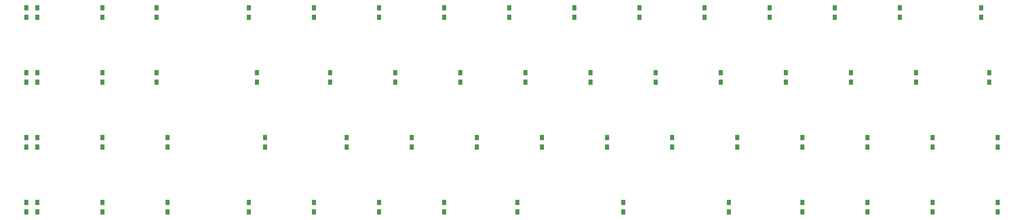
<source format=gbr>
G04 #@! TF.GenerationSoftware,KiCad,Pcbnew,(5.1.4)-1*
G04 #@! TF.CreationDate,2020-04-28T19:53:12-05:00*
G04 #@! TF.ProjectId,AugioS,41756769-6f53-42e6-9b69-6361645f7063,rev?*
G04 #@! TF.SameCoordinates,Original*
G04 #@! TF.FileFunction,Paste,Top*
G04 #@! TF.FilePolarity,Positive*
%FSLAX46Y46*%
G04 Gerber Fmt 4.6, Leading zero omitted, Abs format (unit mm)*
G04 Created by KiCad (PCBNEW (5.1.4)-1) date 2020-04-28 19:53:12*
%MOMM*%
%LPD*%
G04 APERTURE LIST*
%ADD10R,1.200000X1.600000*%
G04 APERTURE END LIST*
D10*
X165100000Y-157768750D03*
X165100000Y-154968750D03*
X-9525000Y-154968750D03*
X-9525000Y-157768750D03*
X-9525000Y-135918750D03*
X-9525000Y-138718750D03*
X-9525000Y-116868750D03*
X-9525000Y-119668750D03*
X-9525000Y-100618750D03*
X-9525000Y-97818750D03*
X255587500Y-157768750D03*
X255587500Y-154968750D03*
X217487500Y-157768750D03*
X217487500Y-154968750D03*
X134143750Y-157768750D03*
X134143750Y-154968750D03*
X93662500Y-157768750D03*
X93662500Y-154968750D03*
X55562500Y-157768750D03*
X55562500Y-154968750D03*
X12700000Y-157768750D03*
X12700000Y-154968750D03*
X274637500Y-157768750D03*
X274637500Y-154968750D03*
X236537500Y-157768750D03*
X236537500Y-154968750D03*
X196056250Y-157768750D03*
X196056250Y-154968750D03*
X112712500Y-157768750D03*
X112712500Y-154968750D03*
X74612500Y-157768750D03*
X74612500Y-154968750D03*
X31750000Y-157768750D03*
X31750000Y-154968750D03*
X-6350000Y-157768750D03*
X-6350000Y-154968750D03*
X255587500Y-138718750D03*
X255587500Y-135918750D03*
X217487500Y-138718750D03*
X217487500Y-135918750D03*
X179387500Y-138718750D03*
X179387500Y-135918750D03*
X141287500Y-138718750D03*
X141287500Y-135918750D03*
X103187500Y-138718750D03*
X103187500Y-135918750D03*
X60325000Y-138718750D03*
X60325000Y-135918750D03*
X12700000Y-138718750D03*
X12700000Y-135918750D03*
X274637500Y-138718750D03*
X274637500Y-135918750D03*
X236537500Y-138718750D03*
X236537500Y-135918750D03*
X198437500Y-138718750D03*
X198437500Y-135918750D03*
X160337500Y-138718750D03*
X160337500Y-135918750D03*
X122237500Y-138718750D03*
X122237500Y-135918750D03*
X84137500Y-138718750D03*
X84137500Y-135918750D03*
X31750000Y-138718750D03*
X31750000Y-135918750D03*
X-6350000Y-138718750D03*
X-6350000Y-135918750D03*
X250825000Y-119668750D03*
X250825000Y-116868750D03*
X212725000Y-119668750D03*
X212725000Y-116868750D03*
X174625000Y-119668750D03*
X174625000Y-116868750D03*
X136525000Y-119668750D03*
X136525000Y-116868750D03*
X98425000Y-119668750D03*
X98425000Y-116868750D03*
X57943750Y-119668750D03*
X57943750Y-116868750D03*
X12700000Y-119668750D03*
X12700000Y-116868750D03*
X272256250Y-119668750D03*
X272256250Y-116868750D03*
X231775000Y-119668750D03*
X231775000Y-116868750D03*
X193675000Y-119668750D03*
X193675000Y-116868750D03*
X155575000Y-119668750D03*
X155575000Y-116868750D03*
X117475000Y-119668750D03*
X117475000Y-116868750D03*
X79375000Y-119668750D03*
X79375000Y-116868750D03*
X28575000Y-119668750D03*
X28575000Y-116868750D03*
X-6350000Y-119668750D03*
X-6350000Y-116868750D03*
X246062500Y-100618750D03*
X246062500Y-97818750D03*
X207962500Y-100618750D03*
X207962500Y-97818750D03*
X169862500Y-100618750D03*
X169862500Y-97818750D03*
X131762500Y-100618750D03*
X131762500Y-97818750D03*
X93662500Y-100618750D03*
X93662500Y-97818750D03*
X55562500Y-100618750D03*
X55562500Y-97818750D03*
X12700000Y-100618750D03*
X12700000Y-97818750D03*
X269875000Y-100618750D03*
X269875000Y-97818750D03*
X227012500Y-100618750D03*
X227012500Y-97818750D03*
X188912500Y-100618750D03*
X188912500Y-97818750D03*
X150812500Y-100618750D03*
X150812500Y-97818750D03*
X112712500Y-100618750D03*
X112712500Y-97818750D03*
X74612500Y-100618750D03*
X74612500Y-97818750D03*
X28575000Y-100618750D03*
X28575000Y-97818750D03*
X-6350000Y-100618750D03*
X-6350000Y-97818750D03*
M02*

</source>
